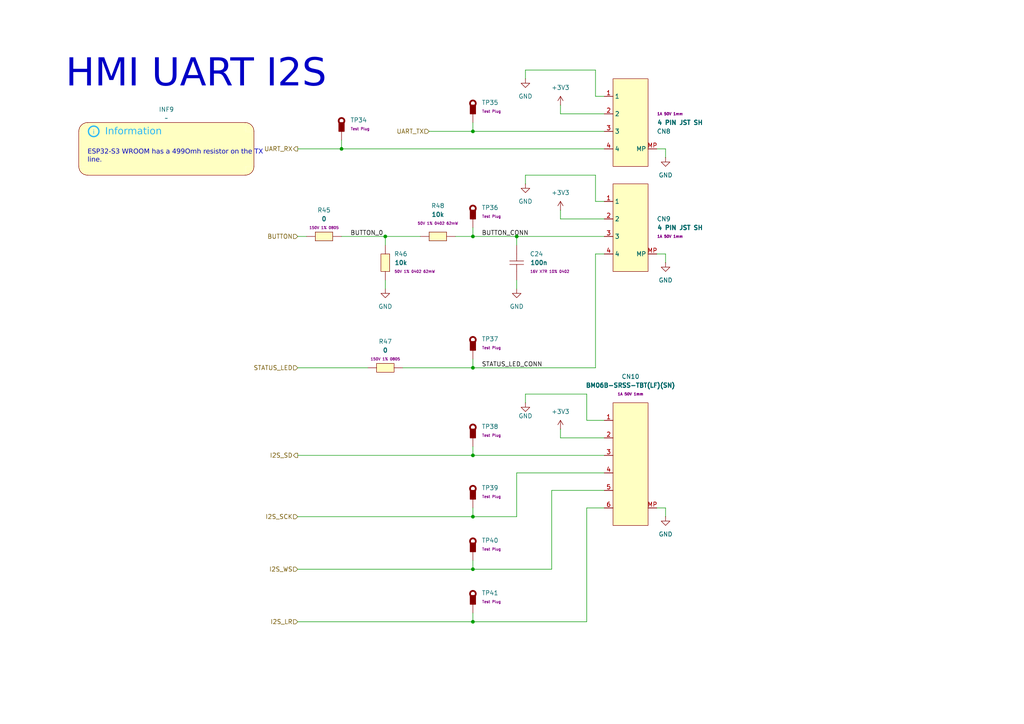
<source format=kicad_sch>
(kicad_sch (version 20231120) (generator "eeschema") (generator_version "8.0")
  (paper "A4")
  (title_block (title "AstraControl - Root") (date "2024-08-26") (rev "B") (company "LiveAstra Technologies"))
  (lib_symbols
    (symbol "LiveAstra:C_100nF_X7R_0402" (pin_numbers hide) (pin_names hide)
      (property "Reference" "C" (at 0 8.89 0))
      (property "Value" "100n" (at 0 6.35 0))
      (property "Extra Values" "16V X7R 10% 0402" (at 0 3.81 0))
      (symbol "C_100nF_X7R_0402_0_1"
        (polyline (pts (xy -2.54 0) (xy -0.51 0)))
        (polyline (pts (xy -0.51 2.03) (xy -0.51 -2.03)))
        (polyline (pts (xy 0.51 0) (xy 2.54 0)))
        (polyline (pts (xy 0.51 2.03) (xy 0.51 -2.03)))
      )
      (symbol "C_100nF_X7R_0402_1_1"
        (pin passive line (at -5.08 0 0) (length 2.54) (name "1") (number "1"))
        (pin passive line (at 5.08 0 180) (length 2.54) (name "2") (number "2"))
      )
    )
    (symbol "LiveAstra:Information_Box" (pin_numbers hide) (pin_names (offset 0) hide) (exclude_from_sim yes) (in_bom no) (on_board no)
      (property "Reference" "INF" (at 0 10.16 0))
      (symbol "Information_Box_1_1"
        (arc (start -25.3998 -5.0798) (mid -24.6559 -6.8759) (end -22.8598 -7.6198) (fill (type background)))
        (rectangle (start -25.4 5.08) (end 25.4 -5.08) (stroke (width -0.0001)) (fill (type background)))
        (arc (start -22.86 7.62) (mid -24.6561 6.8761) (end -25.4 5.08) (fill (type background)))
        (rectangle (start -22.86 7.62) (end 22.86 -7.62) (stroke (width -0.0001)) (fill (type background)))
        (circle (center -21.082 5.08) (radius 1.524) (stroke (width 0.381) (color 41 182 246 1)))
        (polyline (pts (xy -25.4 5.08) (xy -25.4 -5.08)))
        (polyline (pts (xy -22.86 -7.62) (xy 22.86 -7.62)))
        (polyline (pts (xy 22.86 7.62) (xy -22.86 7.62)))
        (polyline (pts (xy 25.4 -5.08) (xy 25.4 5.08)))
        (arc (start 22.86 -7.62) (mid 24.6561 -6.8761) (end 25.4 -5.08) (fill (type background)))
        (arc (start 25.4 5.08) (mid 24.6561 6.8761) (end 22.86 7.62) (fill (type background)))
        (text "i" (at -21.0726 4.8456 0) (effects (font (size 1.27 1.27))))
        (text "Information" (at -17.78 5.08 0) (effects (font (size 2.032 2.032)) (justify left)))
      )
    )
    (symbol "LiveAstra:JST_SH_4PIN_1A_50V"
      (property "Reference" "CN" (at 0 19.05 0))
      (property "Value" "4 PIN JST SH" (at 0 16.51 0))
      (property "Extra Values" "1A 50V 1mm" (at 0 13.97 0))
      (symbol "JST_SH_4PIN_1A_50V_0_1"
        (rectangle (start -5.08 12.7) (end 5.08 -12.7) (fill (type background)))
      )
      (symbol "JST_SH_4PIN_1A_50V_1_1"
        (pin passive line (at -7.62 7.62 0) (length 2.54) (name "1") (number "1"))
        (pin passive line (at -7.62 2.54 0) (length 2.54) (name "2") (number "2"))
        (pin passive line (at -7.62 -2.54 0) (length 2.54) (name "3") (number "3"))
        (pin passive line (at -7.62 -7.62 0) (length 2.54) (name "4") (number "4"))
        (pin passive line (at 7.62 -7.62 180) (length 2.54) (name "MP") (number "MP"))
      )
    )
    (symbol "LiveAstra:JST_SH_6PIN_SMD_1A_50V" (pin_names hide)
      (property "Reference" "CN" (at 0 25.4 0))
      (property "Value" "BM06B-SRSS-TBT(LF)(SN)" (at 0 22.86 0))
      (property "Extra Values" "1A 50V 1mm" (at 0 20.32 0))
      (symbol "JST_SH_6PIN_SMD_1A_50V_0_1"
        (rectangle (start -5.08 17.78) (end 5.08 -17.78) (fill (type background)))
      )
      (symbol "JST_SH_6PIN_SMD_1A_50V_1_1"
        (pin passive line (at -7.62 12.7 0) (length 2.54) (name "1") (number "1"))
        (pin passive line (at -7.62 7.62 0) (length 2.54) (name "2") (number "2"))
        (pin passive line (at -7.62 2.54 0) (length 2.54) (name "3") (number "3"))
        (pin passive line (at -7.62 -2.54 0) (length 2.54) (name "4") (number "4"))
        (pin passive line (at -7.62 -7.62 0) (length 2.54) (name "5") (number "5"))
        (pin passive line (at -7.62 -12.7 0) (length 2.54) (name "6") (number "6"))
        (pin passive line (at 7.62 -12.7 180) (length 2.54) (name "MP") (number "MP"))
      )
    )
    (symbol "LiveAstra:R_0Ohm_0805_125mW" (pin_numbers hide) (pin_names hide)
      (property "Reference" "R" (at 0 7.62 0))
      (property "Value" "0" (at 0 5.08 0))
      (property "Extra Values" "150V 1% 0805" (at 0 2.54 0))
      (symbol "R_0Ohm_0805_125mW_0_1"
        (rectangle (start -2.54 1.27) (end 2.54 -1.27) (fill (type background)))
      )
      (symbol "R_0Ohm_0805_125mW_1_1"
        (pin passive line (at -5.08 0 0) (length 2.54) (name "1") (number "1"))
        (pin passive line (at 5.08 0 180) (length 2.54) (name "2") (number "2"))
      )
    )
    (symbol "LiveAstra:R_10kOhm_0402_62mW" (pin_numbers hide) (pin_names hide)
      (property "Reference" "R" (at 0 7.62 0))
      (property "Value" "10k" (at 0 5.08 0))
      (property "Extra Values" "50V 1% 0402 62mW" (at 0 2.54 0))
      (symbol "R_10kOhm_0402_62mW_0_1"
        (rectangle (start -2.54 1.27) (end 2.54 -1.27) (fill (type background)))
      )
      (symbol "R_10kOhm_0402_62mW_1_1"
        (pin passive line (at -5.08 0 0) (length 2.54) (name "1") (number "1"))
        (pin passive line (at 5.08 0 180) (length 2.54) (name "2") (number "2"))
      )
    )
    (symbol "LiveAstra:TestPoint_Thimble" (pin_numbers hide) (pin_names hide) (in_bom no)
      (property "Reference" "TP" (at 0 9.5043 0))
      (property "Extra Values" "Test Plug" (at 0 7.62 0))
      (symbol "TestPoint_Thimble_1_1"
        (rectangle (start -0.762 5.08) (end 0.762 2.54) (stroke (width 0.254)) (fill (type outline)))
        (arc (start 0.508 4.9323) (mid 0 6.4175) (end -0.508 4.9323) (stroke (width 0.508)))
        (pin passive line (at 0 0 90) (length 2.54) (name "1") (number "1"))
      )
    )
    (symbol "power:+3V3" (power) (pin_numbers hide) (pin_names (offset 0) hide)
      (property "Value" "+3V3" (at 0 3.556 0))
      (symbol "+3V3_0_1"
        (polyline (pts (xy -0.762 1.27) (xy 0 2.54)))
        (polyline (pts (xy 0 0) (xy 0 2.54)))
        (polyline (pts (xy 0 2.54) (xy 0.762 1.27)))
      )
      (symbol "+3V3_1_1"
        (pin power_in line (at 0 0 90) (length 0) (name "~") (number "1"))
      )
    )
    (symbol "power:GND" (power) (pin_numbers hide) (pin_names (offset 0) hide)
      (property "Value" "GND" (at 0 -3.81 0))
      (symbol "GND_0_1"
        (polyline (pts (xy 0 0) (xy 0 -1.27) (xy 1.27 -1.27) (xy 0 -2.54) (xy -1.27 -1.27) (xy 0 -1.27)))
      )
      (symbol "GND_1_1"
        (pin power_in line (at 0 0 270) (length 0) (name "~") (number "1"))
      )
    )
  )
  (junction (at 137.16 106.68))
  (junction (at 137.16 180.34))
  (junction (at 137.16 132.08))
  (junction (at 137.16 68.58))
  (junction (at 149.86 68.58))
  (junction (at 137.16 149.86))
  (junction (at 111.76 68.58))
  (junction (at 137.16 38.1))
  (junction (at 99.06 43.18))
  (junction (at 137.16 165.1))
  (wire (pts (xy 162.56 124.46) (xy 162.56 127)))
  (wire (pts (xy 172.72 73.66) (xy 172.72 106.68)))
  (wire (pts (xy 137.16 149.86) (xy 137.16 147.32)))
  (wire (pts (xy 137.16 38.1) (xy 175.26 38.1)))
  (wire (pts (xy 86.36 68.58) (xy 88.9 68.58)))
  (wire (pts (xy 162.56 60.96) (xy 162.56 63.5)))
  (wire (pts (xy 137.16 106.68) (xy 172.72 106.68)))
  (wire (pts (xy 99.06 40.64) (xy 99.06 43.18)))
  (wire (pts (xy 172.72 73.66) (xy 175.26 73.66)))
  (wire (pts (xy 99.06 43.18) (xy 175.26 43.18)))
  (wire (pts (xy 193.04 43.18) (xy 190.5 43.18)))
  (wire (pts (xy 86.36 106.68) (xy 106.68 106.68)))
  (wire (pts (xy 152.4 114.3) (xy 170.18 114.3)))
  (wire (pts (xy 137.16 180.34) (xy 170.18 180.34)))
  (wire (pts (xy 149.86 68.58) (xy 175.26 68.58)))
  (wire (pts (xy 170.18 147.32) (xy 175.26 147.32)))
  (wire (pts (xy 86.36 43.18) (xy 99.06 43.18)))
  (wire (pts (xy 170.18 147.32) (xy 170.18 180.34)))
  (wire (pts (xy 160.02 142.24) (xy 175.26 142.24)))
  (wire (pts (xy 162.56 63.5) (xy 175.26 63.5)))
  (wire (pts (xy 172.72 50.8) (xy 172.72 58.42)))
  (wire (pts (xy 162.56 30.48) (xy 162.56 33.02)))
  (wire (pts (xy 137.16 129.54) (xy 137.16 132.08)))
  (wire (pts (xy 160.02 165.1) (xy 160.02 142.24)))
  (wire (pts (xy 137.16 68.58) (xy 149.86 68.58)))
  (wire (pts (xy 99.06 68.58) (xy 111.76 68.58)))
  (wire (pts (xy 152.4 20.32) (xy 152.4 22.86)))
  (wire (pts (xy 152.4 50.8) (xy 152.4 53.34)))
  (wire (pts (xy 137.16 132.08) (xy 175.26 132.08)))
  (wire (pts (xy 152.4 116.84) (xy 152.4 114.3)))
  (wire (pts (xy 193.04 149.86) (xy 193.04 147.32)))
  (wire (pts (xy 137.16 35.56) (xy 137.16 38.1)))
  (wire (pts (xy 124.46 38.1) (xy 137.16 38.1)))
  (wire (pts (xy 149.86 83.82) (xy 149.86 81.28)))
  (wire (pts (xy 172.72 20.32) (xy 172.72 27.94)))
  (wire (pts (xy 193.04 147.32) (xy 190.5 147.32)))
  (wire (pts (xy 137.16 66.04) (xy 137.16 68.58)))
  (wire (pts (xy 137.16 162.56) (xy 137.16 165.1)))
  (wire (pts (xy 170.18 114.3) (xy 170.18 121.92)))
  (wire (pts (xy 149.86 71.12) (xy 149.86 68.58)))
  (wire (pts (xy 111.76 71.12) (xy 111.76 68.58)))
  (wire (pts (xy 152.4 20.32) (xy 172.72 20.32)))
  (wire (pts (xy 193.04 73.66) (xy 190.5 73.66)))
  (wire (pts (xy 86.36 132.08) (xy 137.16 132.08)))
  (wire (pts (xy 162.56 127) (xy 175.26 127)))
  (wire (pts (xy 172.72 27.94) (xy 175.26 27.94)))
  (wire (pts (xy 132.08 68.58) (xy 137.16 68.58)))
  (wire (pts (xy 149.86 137.16) (xy 149.86 149.86)))
  (wire (pts (xy 111.76 83.82) (xy 111.76 81.28)))
  (wire (pts (xy 137.16 177.8) (xy 137.16 180.34)))
  (wire (pts (xy 86.36 149.86) (xy 137.16 149.86)))
  (wire (pts (xy 149.86 137.16) (xy 175.26 137.16)))
  (wire (pts (xy 193.04 45.72) (xy 193.04 43.18)))
  (wire (pts (xy 170.18 121.92) (xy 175.26 121.92)))
  (wire (pts (xy 86.36 180.34) (xy 137.16 180.34)))
  (wire (pts (xy 152.4 50.8) (xy 172.72 50.8)))
  (wire (pts (xy 193.04 76.2) (xy 193.04 73.66)))
  (wire (pts (xy 111.76 68.58) (xy 121.92 68.58)))
  (wire (pts (xy 137.16 104.14) (xy 137.16 106.68)))
  (wire (pts (xy 137.16 165.1) (xy 160.02 165.1)))
  (wire (pts (xy 86.36 165.1) (xy 137.16 165.1)))
  (wire (pts (xy 162.56 33.02) (xy 175.26 33.02)))
  (wire (pts (xy 116.84 106.68) (xy 137.16 106.68)))
  (wire (pts (xy 137.16 149.86) (xy 149.86 149.86)))
  (wire (pts (xy 172.72 58.42) (xy 175.26 58.42)))
  (text "ESP32-S3 WROOM has a 499Omh resistor on the TX \nline." (at 25.4 45.72 0) (effects (font (size 1.397 1.397)) (justify left)))
  (text "HMI UART I2S" (at 19.05 19.05 0) (effects (font (size 8 8)) (justify left top)))
  (label "BUTTON_CONN" (at 139.7 68.58 0))
  (label "STATUS_LED_CONN" (at 139.7 106.68 0))
  (label "BUTTON_0" (at 101.6 68.58 0))
  (hierarchical_label "I2S_SCK" (shape input) (at 86.36 149.86 180))
  (hierarchical_label "UART_RX" (shape output) (at 86.36 43.18 180))
  (hierarchical_label "I2S_WS" (shape input) (at 86.36 165.1 180))
  (hierarchical_label "I2S_SD" (shape output) (at 86.36 132.08 180))
  (hierarchical_label "I2S_LR" (shape input) (at 86.36 180.34 180))
  (hierarchical_label "STATUS_LED" (shape input) (at 86.36 106.68 180))
  (hierarchical_label "UART_TX" (shape input) (at 124.46 38.1 180))
  (hierarchical_label "BUTTON" (shape input) (at 86.36 68.58 180))
  (symbol (lib_id "power:GND") (at 193.04 149.86 0) (unit 1)
    (property "Reference" "#PWR097" (effects (hide yes)))
    (property "Value" "GND" (at 193.04 154.94 0))
    (property "Description" "Power symbol creates a global label with name \"GND\" , ground" (effects (hide yes)))
  )
  (symbol (lib_id "LiveAstra:TestPoint_Thimble") (at 137.16 129.54 0) (unit 1) (in_bom no)
    (property "Reference" "TP38" (at 139.7 123.7276 0) (effects (justify left)))
    (property "Value" "TestPoint_Thimble" (effects (hide yes)))
    (property "Footprint" "LiveAstra:TestPoint_Loop_D3.50mm_Drill0.9mm_Beaded" (effects (hide yes)))
    (property "Datasheet" "https://www.lcsc.com/product-detail/Thimble-Copper-Rod-Test-Ring_ronghe-RH-5000_C5277086.html" (effects (hide yes)))
    (property "Description" "Test Points / Test Rings ROHS" (effects (hide yes)))
    (property "LCSC Part" "C5277086" (effects (hide yes)))
    (property "Extra Values" "Test Plug" (at 139.7 126.2676 0) (effects (font (size 0.762 0.762) (bold yes)) (justify left)))
    (property "MFN" "ronghe" (effects (hide yes)))
    (property "MPN" "RH-5000" (effects (hide yes)))
  )
  (symbol (lib_id "LiveAstra:TestPoint_Thimble") (at 137.16 66.04 0) (unit 1) (in_bom no)
    (property "Reference" "TP36" (at 139.7 60.2276 0) (effects (justify left)))
    (property "Value" "TestPoint_Thimble" (effects (hide yes)))
    (property "Footprint" "LiveAstra:TestPoint_Loop_D3.50mm_Drill0.9mm_Beaded" (effects (hide yes)))
    (property "Datasheet" "https://www.lcsc.com/product-detail/Thimble-Copper-Rod-Test-Ring_ronghe-RH-5000_C5277086.html" (effects (hide yes)))
    (property "Description" "Test Points / Test Rings ROHS" (effects (hide yes)))
    (property "LCSC Part" "C5277086" (effects (hide yes)))
    (property "Extra Values" "Test Plug" (at 139.7 62.7676 0) (effects (font (size 0.762 0.762) (bold yes)) (justify left)))
    (property "MFN" "ronghe" (effects (hide yes)))
    (property "MPN" "RH-5000" (effects (hide yes)))
  )
  (symbol (lib_id "power:+3V3") (at 162.56 60.96 0) (unit 1)
    (property "Reference" "#PWR093" (effects (hide yes)))
    (property "Value" "+3V3" (at 162.56 55.88 0))
    (property "Description" "Power symbol creates a global label with name \"+3V3\"" (effects (hide yes)))
  )
  (symbol (lib_id "LiveAstra:TestPoint_Thimble") (at 137.16 104.14 0) (unit 1) (in_bom no)
    (property "Reference" "TP37" (at 139.7 98.3276 0) (effects (justify left)))
    (property "Value" "TestPoint_Thimble" (effects (hide yes)))
    (property "Footprint" "LiveAstra:TestPoint_Loop_D3.50mm_Drill0.9mm_Beaded" (effects (hide yes)))
    (property "Datasheet" "https://www.lcsc.com/product-detail/Thimble-Copper-Rod-Test-Ring_ronghe-RH-5000_C5277086.html" (effects (hide yes)))
    (property "Description" "Test Points / Test Rings ROHS" (effects (hide yes)))
    (property "LCSC Part" "C5277086" (effects (hide yes)))
    (property "Extra Values" "Test Plug" (at 139.7 100.8676 0) (effects (font (size 0.762 0.762) (bold yes)) (justify left)))
    (property "MFN" "ronghe" (effects (hide yes)))
    (property "MPN" "RH-5000" (effects (hide yes)))
  )
  (symbol (lib_id "LiveAstra:TestPoint_Thimble") (at 137.16 177.8 0) (unit 1) (in_bom no)
    (property "Reference" "TP41" (at 139.7 171.9876 0) (effects (justify left)))
    (property "Value" "TestPoint_Thimble" (effects (hide yes)))
    (property "Footprint" "LiveAstra:TestPoint_Loop_D3.50mm_Drill0.9mm_Beaded" (effects (hide yes)))
    (property "Datasheet" "https://www.lcsc.com/product-detail/Thimble-Copper-Rod-Test-Ring_ronghe-RH-5000_C5277086.html" (effects (hide yes)))
    (property "Description" "Test Points / Test Rings ROHS" (effects (hide yes)))
    (property "LCSC Part" "C5277086" (effects (hide yes)))
    (property "Extra Values" "Test Plug" (at 139.7 174.5276 0) (effects (font (size 0.762 0.762) (bold yes)) (justify left)))
    (property "MFN" "ronghe" (effects (hide yes)))
    (property "MPN" "RH-5000" (effects (hide yes)))
  )
  (symbol (lib_id "LiveAstra:JST_SH_4PIN_1A_50V") (at 182.88 35.56 0) (unit 1)
    (property "Reference" "CN8" (at 190.5 38.1 0) (effects (justify left)))
    (property "Value" "4 PIN JST SH" (at 190.5 35.56 0) (effects (font (bold yes)) (justify left)))
    (property "Footprint" "LiveAstra:JST_SH_1x04_P1.00mm_Vertical" (effects (hide yes)))
    (property "Datasheet" "https://lcsc.com/product-detail/Others_JST-Sales-America__JST-Sales-America-BM04B-SRSS-TB-LF-SN_C160390.html" (effects (hide yes)))
    (property "Description" "1x4P 4P SH Tin 4 -25℃~+85℃ 1A 1 1mm Brass Alloy Standing paste SMD,P=1mm Wire To Board Connector ROHS" (effects (hide yes)))
    (property "LCSC Part" "C160390" (effects (hide yes)))
    (property "Extra Values" "1A 50V 1mm" (at 190.5 33.02 0) (effects (font (size 0.762 0.762) (bold yes)) (justify left)))
    (property "MFR" "JST" (effects (hide yes)))
    (property "MPN" "BM04B-SRSS-TB(LF)(SN)" (effects (hide yes)))
  )
  (symbol (lib_id "power:GND") (at 152.4 22.86 0) (unit 1)
    (property "Reference" "#PWR089" (effects (hide yes)))
    (property "Value" "GND" (at 152.4 27.94 0))
    (property "Description" "Power symbol creates a global label with name \"GND\" , ground" (effects (hide yes)))
  )
  (symbol (lib_id "power:GND") (at 152.4 53.34 0) (unit 1)
    (property "Reference" "#PWR090" (effects (hide yes)))
    (property "Value" "GND" (at 152.4 58.42 0))
    (property "Description" "Power symbol creates a global label with name \"GND\" , ground" (effects (hide yes)))
  )
  (symbol (lib_id "LiveAstra:C_100nF_X7R_0402") (at 149.86 76.2 90) (unit 1)
    (property "Reference" "C24" (at 153.67 73.6599 90) (effects (justify right)))
    (property "Value" "100n" (at 153.67 76.2 90) (effects (font (bold yes)) (justify right)))
    (property "Footprint" "LiveAstra:C_0402_1005Metric" (effects (hide yes)))
    (property "Datasheet" "https://www.lcsc.com/product-detail/Multilayer-Ceramic-Capacitors-MLCC-SMD-SMT_Samsung-Electro-Mechanics-CL05B104KO5NNNC_C1525.html" (effects (hide yes)))
    (property "Description" "16V 100nF X7R ±10% 0402 Multilayer Ceramic Capacitors MLCC - SMD/SMT ROHS" (effects (hide yes)))
    (property "LCSC Part" "C1525" (effects (hide yes)))
    (property "Extra Values" "16V X7R 10% 0402" (at 153.67 78.7399 90) (effects (font (size 0.762 0.762) (bold yes)) (justify right)))
    (property "MFN" "Samsung Electro-Mechanics" (effects (hide yes)))
    (property "MPN" "CL05B104KO5NNNC" (effects (hide yes)))
  )
  (symbol (lib_id "power:+3V3") (at 162.56 30.48 0) (unit 1)
    (property "Reference" "#PWR092" (effects (hide yes)))
    (property "Value" "+3V3" (at 162.56 25.4 0))
    (property "Description" "Power symbol creates a global label with name \"+3V3\"" (effects (hide yes)))
  )
  (symbol (lib_id "power:GND") (at 152.4 116.84 0) (unit 1)
    (property "Reference" "#PWR091" (effects (hide yes)))
    (property "Value" "GND" (at 152.4 120.65 0))
    (property "Description" "Power symbol creates a global label with name \"GND\" , ground" (effects (hide yes)))
  )
  (symbol (lib_id "LiveAstra:JST_SH_6PIN_SMD_1A_50V") (at 182.88 134.62 0) (unit 1)
    (property "Reference" "CN10" (at 182.88 109.22 0))
    (property "Value" "BM06B-SRSS-TBT(LF)(SN)" (at 182.88 111.76 0) (effects (font (bold yes))))
    (property "Footprint" "LiveAstra:JST_SH_1x06_P1.00mm_SMD_Vertical" (effects (hide yes)))
    (property "Datasheet" "https://lcsc.com/product-detail/New-Arrivals_JST-Sales-America-BM06B-SRSS-TBT-LF-SN_C495540.html" (effects (hide yes)))
    (property "Description" "1x6P 6P SH Tin 6 -25℃~+85℃ 1A 1 1mm Brass Alloy Standing paste SMD,P=1mm Wire To Board Connector ROHS" (effects (hide yes)))
    (property "LCSC Part" "C495540" (effects (hide yes)))
    (property "Extra Values" "1A 50V 1mm" (at 182.88 114.3 0) (effects (font (size 0.762 0.762) (bold yes))))
    (property "MFN" "JST" (effects (hide yes)))
    (property "MPN" "BM06B-SRSS-TBT(LF)(SN)" (effects (hide yes)))
  )
  (symbol (lib_id "LiveAstra:R_10kOhm_0402_62mW") (at 127 68.58 180) (unit 1)
    (property "Reference" "R48" (at 127 59.69 0))
    (property "Value" "10k" (at 127 62.23 0) (effects (font (bold yes))))
    (property "Footprint" "LiveAstra:R_0402_1005Metric" (effects (hide yes)))
    (property "Datasheet" "https://www.lcsc.com/product-detail/Chip-Resistor-Surface-Mount_UNI-ROYAL-Uniroyal-Elec-0402WGF1002TCE_C25744.html" (effects (hide yes)))
    (property "Description" "62.5mW Thick Film Resistors 50V ±100ppm/℃ ±1% 10kΩ 0402 Chip Resistor - Surface Mount ROHS" (effects (hide yes)))
    (property "LCSC Part" "C25744" (effects (hide yes)))
    (property "Extra Values" "50V 1% 0402 62mW" (at 127 64.77 0) (effects (font (size 0.762 0.762) (bold yes))))
    (property "MFN" "UNI-ROYAL(Uniroyal Elec)" (effects (hide yes)))
    (property "MPN" "0402WGF1002TCE" (effects (hide yes)))
  )
  (symbol (lib_id "LiveAstra:Information_Box") (at 48.26 43.18 0) (unit 1) (exclude_from_sim yes) (in_bom no) (on_board no)
    (property "Reference" "INF9" (at 48.26 31.75 0))
    (property "Value" "~" (at 48.26 34.29 0))
  )
  (symbol (lib_id "LiveAstra:TestPoint_Thimble") (at 137.16 147.32 0) (unit 1) (in_bom no)
    (property "Reference" "TP39" (at 139.7 141.5076 0) (effects (justify left)))
    (property "Value" "TestPoint_Thimble" (effects (hide yes)))
    (property "Footprint" "LiveAstra:TestPoint_Loop_D3.50mm_Drill0.9mm_Beaded" (effects (hide yes)))
    (property "Datasheet" "https://www.lcsc.com/product-detail/Thimble-Copper-Rod-Test-Ring_ronghe-RH-5000_C5277086.html" (effects (hide yes)))
    (property "Description" "Test Points / Test Rings ROHS" (effects (hide yes)))
    (property "LCSC Part" "C5277086" (effects (hide yes)))
    (property "Extra Values" "Test Plug" (at 139.7 144.0476 0) (effects (font (size 0.762 0.762) (bold yes)) (justify left)))
    (property "MFN" "ronghe" (effects (hide yes)))
    (property "MPN" "RH-5000" (effects (hide yes)))
  )
  (symbol (lib_id "LiveAstra:R_0Ohm_0805_125mW") (at 111.76 106.68 0) (unit 1)
    (property "Reference" "R47" (at 111.76 99.06 0))
    (property "Value" "0" (at 111.76 101.6 0) (effects (font (bold yes))))
    (property "Footprint" "LiveAstra:R_0805_2012Metric_Pad1.20x1.40mm_HandSolder" (effects (hide yes)))
    (property "Datasheet" "https://lcsc.com/product-detail/Chip-Resistor-Surface-Mount-UniOhm_0R-0R0-1_C17477.html" (effects (hide yes)))
    (property "Description" "125mW Thick Film Resistors 150V ±800ppm/℃ ±1% 0Ω 0805 Chip Resistor - Surface Mount ROHS" (effects (hide yes)))
    (property "LCSC Part" "C17477" (effects (hide yes)))
    (property "Extra Values" "150V 1% 0805" (at 111.76 104.14 0) (effects (font (size 0.762 0.762) (bold yes))))
    (property "MFN" "UNI-ROYAL(Uniroyal Elec)" (effects (hide yes)))
    (property "MPN" "0805W8F0000T5E" (effects (hide yes)))
  )
  (symbol (lib_id "LiveAstra:R_10kOhm_0402_62mW") (at 111.76 76.2 90) (unit 1)
    (property "Reference" "R46" (at 114.3 73.6599 90) (effects (justify right)))
    (property "Value" "10k" (at 114.3 76.2 90) (effects (font (bold yes)) (justify right)))
    (property "Footprint" "LiveAstra:R_0402_1005Metric" (effects (hide yes)))
    (property "Datasheet" "https://www.lcsc.com/product-detail/Chip-Resistor-Surface-Mount_UNI-ROYAL-Uniroyal-Elec-0402WGF1002TCE_C25744.html" (effects (hide yes)))
    (property "Description" "62.5mW Thick Film Resistors 50V ±100ppm/℃ ±1% 10kΩ 0402 Chip Resistor - Surface Mount ROHS" (effects (hide yes)))
    (property "LCSC Part" "C25744" (effects (hide yes)))
    (property "Extra Values" "50V 1% 0402 62mW" (at 114.3 78.7399 90) (effects (font (size 0.762 0.762) (bold yes)) (justify right)))
    (property "MFN" "UNI-ROYAL(Uniroyal Elec)" (effects (hide yes)))
    (property "MPN" "0402WGF1002TCE" (effects (hide yes)))
  )
  (symbol (lib_id "power:GND") (at 193.04 76.2 0) (unit 1)
    (property "Reference" "#PWR096" (effects (hide yes)))
    (property "Value" "GND" (at 193.04 81.28 0))
    (property "Description" "Power symbol creates a global label with name \"GND\" , ground" (effects (hide yes)))
  )
  (symbol (lib_id "power:GND") (at 193.04 45.72 0) (unit 1)
    (property "Reference" "#PWR095" (effects (hide yes)))
    (property "Value" "GND" (at 193.04 50.8 0))
    (property "Description" "Power symbol creates a global label with name \"GND\" , ground" (effects (hide yes)))
  )
  (symbol (lib_id "LiveAstra:TestPoint_Thimble") (at 137.16 35.56 0) (unit 1) (in_bom no)
    (property "Reference" "TP35" (at 139.7 29.7476 0) (effects (justify left)))
    (property "Value" "TestPoint_Thimble" (effects (hide yes)))
    (property "Footprint" "LiveAstra:TestPoint_Loop_D3.50mm_Drill0.9mm_Beaded" (effects (hide yes)))
    (property "Datasheet" "https://www.lcsc.com/product-detail/Thimble-Copper-Rod-Test-Ring_ronghe-RH-5000_C5277086.html" (effects (hide yes)))
    (property "Description" "Test Points / Test Rings ROHS" (effects (hide yes)))
    (property "LCSC Part" "C5277086" (effects (hide yes)))
    (property "Extra Values" "Test Plug" (at 139.7 32.2876 0) (effects (font (size 0.762 0.762) (bold yes)) (justify left)))
    (property "MFN" "ronghe" (effects (hide yes)))
    (property "MPN" "RH-5000" (effects (hide yes)))
  )
  (symbol (lib_id "LiveAstra:TestPoint_Thimble") (at 137.16 162.56 0) (unit 1) (in_bom no)
    (property "Reference" "TP40" (at 139.7 156.7476 0) (effects (justify left)))
    (property "Value" "TestPoint_Thimble" (effects (hide yes)))
    (property "Footprint" "LiveAstra:TestPoint_Loop_D3.50mm_Drill0.9mm_Beaded" (effects (hide yes)))
    (property "Datasheet" "https://www.lcsc.com/product-detail/Thimble-Copper-Rod-Test-Ring_ronghe-RH-5000_C5277086.html" (effects (hide yes)))
    (property "Description" "Test Points / Test Rings ROHS" (effects (hide yes)))
    (property "LCSC Part" "C5277086" (effects (hide yes)))
    (property "Extra Values" "Test Plug" (at 139.7 159.2876 0) (effects (font (size 0.762 0.762) (bold yes)) (justify left)))
    (property "MFN" "ronghe" (effects (hide yes)))
    (property "MPN" "RH-5000" (effects (hide yes)))
  )
  (symbol (lib_id "power:+3V3") (at 162.56 124.46 0) (unit 1)
    (property "Reference" "#PWR094" (effects (hide yes)))
    (property "Value" "+3V3" (at 162.56 119.38 0))
    (property "Description" "Power symbol creates a global label with name \"+3V3\"" (effects (hide yes)))
  )
  (symbol (lib_id "LiveAstra:JST_SH_4PIN_1A_50V") (at 182.88 66.04 0) (unit 1)
    (property "Reference" "CN9" (at 190.5 63.5 0) (effects (justify left)))
    (property "Value" "4 PIN JST SH" (at 190.5 66.04 0) (effects (font (bold yes)) (justify left)))
    (property "Footprint" "LiveAstra:JST_SH_1x04_P1.00mm_Vertical" (effects (hide yes)))
    (property "Datasheet" "https://lcsc.com/product-detail/Others_JST-Sales-America__JST-Sales-America-BM04B-SRSS-TB-LF-SN_C160390.html" (effects (hide yes)))
    (property "Description" "1x4P 4P SH Tin 4 -25℃~+85℃ 1A 1 1mm Brass Alloy Standing paste SMD,P=1mm Wire To Board Connector ROHS" (effects (hide yes)))
    (property "LCSC Part" "C160390" (effects (hide yes)))
    (property "Extra Values" "1A 50V 1mm" (at 190.5 68.58 0) (effects (font (size 0.762 0.762) (bold yes)) (justify left)))
    (property "MFR" "JST" (effects (hide yes)))
    (property "MPN" "BM04B-SRSS-TB(LF)(SN)" (effects (hide yes)))
  )
  (symbol (lib_id "power:GND") (at 111.76 83.82 0) (unit 1)
    (property "Reference" "#PWR087" (effects (hide yes)))
    (property "Value" "GND" (at 111.76 88.9 0))
    (property "Description" "Power symbol creates a global label with name \"GND\" , ground" (effects (hide yes)))
  )
  (symbol (lib_id "power:GND") (at 149.86 83.82 0) (unit 1)
    (property "Reference" "#PWR088" (effects (hide yes)))
    (property "Value" "GND" (at 149.86 88.9 0))
    (property "Description" "Power symbol creates a global label with name \"GND\" , ground" (effects (hide yes)))
  )
  (symbol (lib_id "LiveAstra:R_0Ohm_0805_125mW") (at 93.98 68.58 0) (unit 1)
    (property "Reference" "R45" (at 93.98 60.96 0))
    (property "Value" "0" (at 93.98 63.5 0) (effects (font (bold yes))))
    (property "Footprint" "LiveAstra:R_0805_2012Metric_Pad1.20x1.40mm_HandSolder" (effects (hide yes)))
    (property "Datasheet" "https://lcsc.com/product-detail/Chip-Resistor-Surface-Mount-UniOhm_0R-0R0-1_C17477.html" (effects (hide yes)))
    (property "Description" "125mW Thick Film Resistors 150V ±800ppm/℃ ±1% 0Ω 0805 Chip Resistor - Surface Mount ROHS" (effects (hide yes)))
    (property "LCSC Part" "C17477" (effects (hide yes)))
    (property "Extra Values" "150V 1% 0805" (at 93.98 66.04 0) (effects (font (size 0.762 0.762) (bold yes))))
    (property "MFN" "UNI-ROYAL(Uniroyal Elec)" (effects (hide yes)))
    (property "MPN" "0805W8F0000T5E" (effects (hide yes)))
  )
  (symbol (lib_id "LiveAstra:TestPoint_Thimble") (at 99.06 40.64 0) (unit 1) (in_bom no)
    (property "Reference" "TP34" (at 101.6 34.8276 0) (effects (justify left)))
    (property "Value" "TestPoint_Thimble" (effects (hide yes)))
    (property "Footprint" "LiveAstra:TestPoint_Loop_D3.50mm_Drill0.9mm_Beaded" (effects (hide yes)))
    (property "Datasheet" "https://www.lcsc.com/product-detail/Thimble-Copper-Rod-Test-Ring_ronghe-RH-5000_C5277086.html" (effects (hide yes)))
    (property "Description" "Test Points / Test Rings ROHS" (effects (hide yes)))
    (property "LCSC Part" "C5277086" (effects (hide yes)))
    (property "Extra Values" "Test Plug" (at 101.6 37.3676 0) (effects (font (size 0.762 0.762) (bold yes)) (justify left)))
    (property "MFN" "ronghe" (effects (hide yes)))
    (property "MPN" "RH-5000" (effects (hide yes)))
  )
)
</source>
